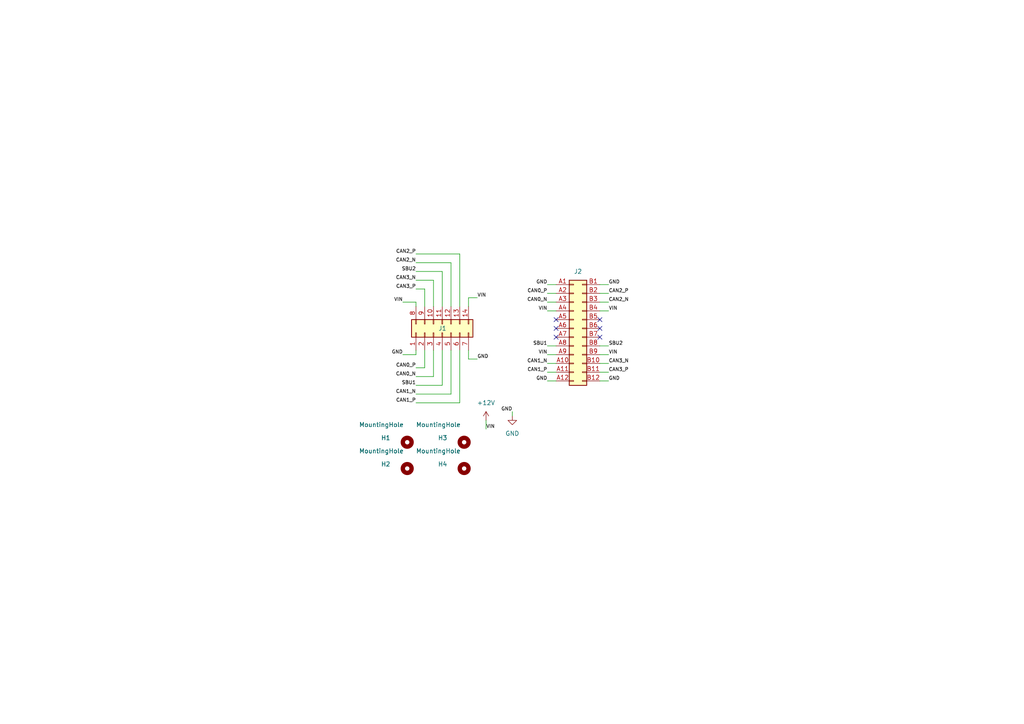
<source format=kicad_sch>
(kicad_sch (version 20231120) (generator "eeschema") (generator_version "8.0")
  (paper "A4")
  (lib_symbols
    (symbol "Connector_Generic:Conn_02x07_Row_Letter_Last" (pin_names (offset 1.016) hide)
      (property "Reference" "J1" (at 1.27 10.16 90))
      (symbol "Conn_02x07_Row_Letter_Last_1_1"
        (rectangle (start -1.27 -7.493) (end 0 -7.747) (stroke (width 0.1524)))
        (rectangle (start -1.27 -4.953) (end 0 -5.207) (stroke (width 0.1524)))
        (rectangle (start -1.27 -2.413) (end 0 -2.667) (stroke (width 0.1524)))
        (rectangle (start -1.27 0.127) (end 0 -0.127) (stroke (width 0.1524)))
        (rectangle (start -1.27 2.667) (end 0 2.413) (stroke (width 0.1524)))
        (rectangle (start -1.27 5.207) (end 0 4.953) (stroke (width 0.1524)))
        (rectangle (start -1.27 7.747) (end 0 7.493) (stroke (width 0.1524)))
        (rectangle (start -1.27 8.89) (end 3.81 -8.89) (stroke (width 0.254)) (fill (type background)))
        (rectangle (start 3.81 -7.493) (end 2.54 -7.747) (stroke (width 0.1524)))
        (rectangle (start 3.81 -4.953) (end 2.54 -5.207) (stroke (width 0.1524)))
        (rectangle (start 3.81 -2.413) (end 2.54 -2.667) (stroke (width 0.1524)))
        (rectangle (start 3.81 0.127) (end 2.54 -0.127) (stroke (width 0.1524)))
        (rectangle (start 3.81 2.667) (end 2.54 2.413) (stroke (width 0.1524)))
        (rectangle (start 3.81 5.207) (end 2.54 4.953) (stroke (width 0.1524)))
        (rectangle (start 3.81 7.747) (end 2.54 7.493) (stroke (width 0.1524)))
        (pin passive line (at -5.08 7.62 0) (length 3.81) (name "Pin_1a") (number "1"))
        (pin passive line (at 7.62 2.54 180) (length 3.81) (name "Pin_3b") (number "10"))
        (pin passive line (at 7.62 0 180) (length 3.81) (name "Pin_4b") (number "11"))
        (pin passive line (at 7.62 -2.54 180) (length 3.81) (name "Pin_5b") (number "12"))
        (pin passive line (at 7.62 -5.08 180) (length 3.81) (name "Pin_6b") (number "13"))
        (pin passive line (at 7.62 -7.62 180) (length 3.81) (name "Pin_7b") (number "14"))
        (pin passive line (at -5.08 5.08 0) (length 3.81) (name "Pin_2a") (number "2"))
        (pin passive line (at -5.08 2.54 0) (length 3.81) (name "Pin_3a") (number "3"))
        (pin passive line (at -5.08 0 0) (length 3.81) (name "Pin_4a") (number "4"))
        (pin passive line (at -5.08 -2.54 0) (length 3.81) (name "Pin_5a") (number "5"))
        (pin passive line (at -5.08 -5.08 0) (length 3.81) (name "Pin_6a") (number "6"))
        (pin passive line (at -5.08 -7.62 0) (length 3.81) (name "Pin_7a") (number "7"))
        (pin passive line (at 7.62 7.62 180) (length 3.81) (name "Pin_1b") (number "8"))
        (pin passive line (at 7.62 5.08 180) (length 3.81) (name "Pin_2b") (number "9"))
      )
    )
    (symbol "Connector_Generic:Conn_02x12_Row_Letter_Last" (pin_names (offset 1.016) hide)
      (property "Reference" "J2" (at 1.27 16.51 0))
      (symbol "Conn_02x12_Row_Letter_Last_1_1"
        (rectangle (start -1.27 -15.113) (end 0 -15.367) (stroke (width 0.1524)))
        (rectangle (start -1.27 -12.573) (end 0 -12.827) (stroke (width 0.1524)))
        (rectangle (start -1.27 -10.033) (end 0 -10.287) (stroke (width 0.1524)))
        (rectangle (start -1.27 -7.493) (end 0 -7.747) (stroke (width 0.1524)))
        (rectangle (start -1.27 -4.953) (end 0 -5.207) (stroke (width 0.1524)))
        (rectangle (start -1.27 -2.413) (end 0 -2.667) (stroke (width 0.1524)))
        (rectangle (start -1.27 0.127) (end 0 -0.127) (stroke (width 0.1524)))
        (rectangle (start -1.27 2.667) (end 0 2.413) (stroke (width 0.1524)))
        (rectangle (start -1.27 5.207) (end 0 4.953) (stroke (width 0.1524)))
        (rectangle (start -1.27 7.747) (end 0 7.493) (stroke (width 0.1524)))
        (rectangle (start -1.27 10.287) (end 0 10.033) (stroke (width 0.1524)))
        (rectangle (start -1.27 12.827) (end 0 12.573) (stroke (width 0.1524)))
        (rectangle (start -1.27 13.97) (end 3.81 -16.51) (stroke (width 0.254)) (fill (type background)))
        (rectangle (start 3.81 -15.113) (end 2.54 -15.367) (stroke (width 0.1524)))
        (rectangle (start 3.81 -12.573) (end 2.54 -12.827) (stroke (width 0.1524)))
        (rectangle (start 3.81 -10.033) (end 2.54 -10.287) (stroke (width 0.1524)))
        (rectangle (start 3.81 -7.493) (end 2.54 -7.747) (stroke (width 0.1524)))
        (rectangle (start 3.81 -4.953) (end 2.54 -5.207) (stroke (width 0.1524)))
        (rectangle (start 3.81 -2.413) (end 2.54 -2.667) (stroke (width 0.1524)))
        (rectangle (start 3.81 0.127) (end 2.54 -0.127) (stroke (width 0.1524)))
        (rectangle (start 3.81 2.667) (end 2.54 2.413) (stroke (width 0.1524)))
        (rectangle (start 3.81 5.207) (end 2.54 4.953) (stroke (width 0.1524)))
        (rectangle (start 3.81 7.747) (end 2.54 7.493) (stroke (width 0.1524)))
        (rectangle (start 3.81 10.287) (end 2.54 10.033) (stroke (width 0.1524)))
        (rectangle (start 3.81 12.827) (end 2.54 12.573) (stroke (width 0.1524)))
        (pin passive line (at -5.08 12.7 0) (length 3.81) (name "Pin_1a") (number "A1"))
        (pin passive line (at -5.08 -10.16 0) (length 3.81) (name "Pin_10a") (number "A10"))
        (pin passive line (at -5.08 -12.7 0) (length 3.81) (name "Pin_11a") (number "A11"))
        (pin passive line (at -5.08 -15.24 0) (length 3.81) (name "Pin_12a") (number "A12"))
        (pin passive line (at -5.08 10.16 0) (length 3.81) (name "Pin_2a") (number "A2"))
        (pin passive line (at -5.08 7.62 0) (length 3.81) (name "Pin_3a") (number "A3"))
        (pin passive line (at -5.08 5.08 0) (length 3.81) (name "Pin_4a") (number "A4"))
        (pin passive line (at -5.08 2.54 0) (length 3.81) (name "Pin_5a") (number "A5"))
        (pin passive line (at -5.08 0 0) (length 3.81) (name "Pin_6a") (number "A6"))
        (pin passive line (at -5.08 -2.54 0) (length 3.81) (name "Pin_7a") (number "A7"))
        (pin passive line (at -5.08 -5.08 0) (length 3.81) (name "Pin_8a") (number "A8"))
        (pin passive line (at -5.08 -7.62 0) (length 3.81) (name "A9") (number "A9"))
        (pin passive line (at 7.62 12.7 180) (length 3.81) (name "B1") (number "B1"))
        (pin passive line (at 7.62 -10.16 180) (length 3.81) (name "Pin_10b") (number "B10"))
        (pin passive line (at 7.62 -12.7 180) (length 3.81) (name "Pin_11b") (number "B11"))
        (pin passive line (at 7.62 -15.24 180) (length 3.81) (name "Pin_12b") (number "B12"))
        (pin passive line (at 7.62 10.16 180) (length 3.81) (name "Pin_2b") (number "B2"))
        (pin passive line (at 7.62 7.62 180) (length 3.81) (name "Pin_3b") (number "B3"))
        (pin passive line (at 7.62 5.08 180) (length 3.81) (name "Pin_4b") (number "B4"))
        (pin passive line (at 7.62 2.54 180) (length 3.81) (name "Pin_5b") (number "B5"))
        (pin passive line (at 7.62 0 180) (length 3.81) (name "Pin_6b") (number "B6"))
        (pin passive line (at 7.62 -2.54 180) (length 3.81) (name "Pin_7b") (number "B7"))
        (pin passive line (at 7.62 -5.08 180) (length 3.81) (name "Pin_8b") (number "B8"))
        (pin passive line (at 7.62 -7.62 180) (length 3.81) (name "Pin_9b") (number "B9"))
      )
    )
    (symbol "Mechanical:MountingHole" (pin_names (offset 1.016))
      (property "Reference" "H" (at 0 5.08 0))
      (property "Value" "MountingHole" (at 0 3.175 0))
      (symbol "MountingHole_0_1"
        (circle (center 0 0) (radius 1.27) (stroke (width 1.27)))
      )
    )
    (symbol "power:+12V" (power) (pin_names (offset 0))
      (property "Value" "+12V" (at 0 3.556 0))
      (symbol "+12V_0_1"
        (polyline (pts (xy -0.762 1.27) (xy 0 2.54)))
        (polyline (pts (xy 0 0) (xy 0 2.54)))
        (polyline (pts (xy 0 2.54) (xy 0.762 1.27)))
      )
      (symbol "+12V_1_1"
        (pin power_in line (at 0 0 90) (length 0) hide (name "+12V") (number "1"))
      )
    )
    (symbol "power:GND" (power) (pin_names (offset 0))
      (property "Value" "GND" (at 0 -3.81 0))
      (symbol "GND_0_1"
        (polyline (pts (xy 0 0) (xy 0 -1.27) (xy 1.27 -1.27) (xy 0 -2.54) (xy -1.27 -1.27) (xy 0 -1.27)))
      )
      (symbol "GND_1_1"
        (pin power_in line (at 0 0 270) (length 0) hide (name "GND") (number "1"))
      )
    )
  )
  (no_connect (at 173.99 92.71))
  (no_connect (at 173.99 97.79))
  (no_connect (at 161.29 97.79))
  (no_connect (at 173.99 95.25))
  (no_connect (at 161.29 92.71))
  (no_connect (at 161.29 95.25))
  (wire (pts (xy 158.75 87.63) (xy 161.29 87.63)))
  (wire (pts (xy 173.99 110.49) (xy 176.53 110.49)))
  (wire (pts (xy 135.89 101.6) (xy 135.89 104.14)))
  (wire (pts (xy 123.19 106.68) (xy 120.65 106.68)))
  (wire (pts (xy 158.75 102.87) (xy 161.29 102.87)))
  (wire (pts (xy 173.99 85.09) (xy 176.53 85.09)))
  (wire (pts (xy 120.65 102.87) (xy 120.65 101.6)))
  (wire (pts (xy 158.75 85.09) (xy 161.29 85.09)))
  (wire (pts (xy 130.81 76.2) (xy 120.65 76.2)))
  (wire (pts (xy 120.65 87.63) (xy 120.65 88.9)))
  (wire (pts (xy 158.75 82.55) (xy 161.29 82.55)))
  (wire (pts (xy 173.99 90.17) (xy 176.53 90.17)))
  (wire (pts (xy 125.73 109.22) (xy 120.65 109.22)))
  (wire (pts (xy 128.27 78.74) (xy 120.65 78.74)))
  (wire (pts (xy 135.89 88.9) (xy 135.89 86.36)))
  (wire (pts (xy 120.65 81.28) (xy 125.73 81.28)))
  (wire (pts (xy 123.19 88.9) (xy 123.19 83.82)))
  (wire (pts (xy 123.19 101.6) (xy 123.19 106.68)))
  (wire (pts (xy 128.27 88.9) (xy 128.27 78.74)))
  (wire (pts (xy 133.35 101.6) (xy 133.35 116.84)))
  (wire (pts (xy 158.75 105.41) (xy 161.29 105.41)))
  (wire (pts (xy 158.75 107.95) (xy 161.29 107.95)))
  (wire (pts (xy 135.89 86.36) (xy 138.43 86.36)))
  (wire (pts (xy 158.75 110.49) (xy 161.29 110.49)))
  (wire (pts (xy 120.65 83.82) (xy 123.19 83.82)))
  (wire (pts (xy 135.89 104.14) (xy 138.43 104.14)))
  (wire (pts (xy 130.81 101.6) (xy 130.81 114.3)))
  (wire (pts (xy 116.84 102.87) (xy 120.65 102.87)))
  (wire (pts (xy 140.97 124.46) (xy 140.97 121.92)))
  (wire (pts (xy 125.73 88.9) (xy 125.73 81.28)))
  (wire (pts (xy 133.35 73.66) (xy 120.65 73.66)))
  (wire (pts (xy 158.75 90.17) (xy 161.29 90.17)))
  (wire (pts (xy 133.35 88.9) (xy 133.35 73.66)))
  (wire (pts (xy 173.99 107.95) (xy 176.53 107.95)))
  (wire (pts (xy 125.73 101.6) (xy 125.73 109.22)))
  (wire (pts (xy 130.81 88.9) (xy 130.81 76.2)))
  (wire (pts (xy 133.35 116.84) (xy 120.65 116.84)))
  (wire (pts (xy 173.99 82.55) (xy 176.53 82.55)))
  (wire (pts (xy 158.75 100.33) (xy 161.29 100.33)))
  (wire (pts (xy 173.99 87.63) (xy 176.53 87.63)))
  (wire (pts (xy 128.27 101.6) (xy 128.27 111.76)))
  (wire (pts (xy 173.99 105.41) (xy 176.53 105.41)))
  (wire (pts (xy 116.84 87.63) (xy 120.65 87.63)))
  (wire (pts (xy 148.59 119.38) (xy 148.59 120.65)))
  (wire (pts (xy 173.99 102.87) (xy 176.53 102.87)))
  (wire (pts (xy 173.99 100.33) (xy 176.53 100.33)))
  (wire (pts (xy 130.81 114.3) (xy 120.65 114.3)))
  (wire (pts (xy 120.65 111.76) (xy 128.27 111.76)))
  (label "CAN0_N" (at 120.65 109.22 180) (effects (font (size 1 1))))
  (label "CAN2_P" (at 120.65 73.66 180) (effects (font (size 1 1))))
  (label "GND" (at 158.75 110.49 180) (effects (font (size 1 1))))
  (label "CAN1_P" (at 120.65 116.84 180) (effects (font (size 1 1))))
  (label "CAN0_P" (at 158.75 85.09 180) (effects (font (size 1 1))))
  (label "SBU2" (at 120.65 78.74 180) (effects (font (size 1 1))))
  (label "GND" (at 116.84 102.87 180) (effects (font (size 1 1))))
  (label "VIN" (at 176.53 102.87 0) (effects (font (size 1 1))))
  (label "GND" (at 158.75 82.55 180) (effects (font (size 1 1))))
  (label "CAN3_P" (at 120.65 83.82 180) (effects (font (size 1 1))))
  (label "CAN0_N" (at 158.75 87.63 180) (effects (font (size 1 1))))
  (label "GND" (at 176.53 110.49 0) (effects (font (size 1 1))))
  (label "GND" (at 148.59 119.38 180) (effects (font (size 1 1))))
  (label "SBU2" (at 176.53 100.33 0) (effects (font (size 1 1))))
  (label "CAN0_P" (at 120.65 106.68 180) (effects (font (size 1 1))))
  (label "CAN3_P" (at 176.53 107.95 0) (effects (font (size 1 1))))
  (label "CAN2_N" (at 176.53 87.63 0) (effects (font (size 1 1))))
  (label "CAN1_N" (at 158.75 105.41 180) (effects (font (size 1 1))))
  (label "VIN" (at 158.75 90.17 180) (effects (font (size 1 1))))
  (label "GND" (at 176.53 82.55 0) (effects (font (size 1 1))))
  (label "SBU1" (at 120.65 111.76 180) (effects (font (size 1 1))))
  (label "VIN" (at 158.75 102.87 180) (effects (font (size 1 1))))
  (label "VIN" (at 116.84 87.63 180) (effects (font (size 1 1))))
  (label "CAN1_P" (at 158.75 107.95 180) (effects (font (size 1 1))))
  (label "GND" (at 138.43 104.14 0) (effects (font (size 1 1))))
  (label "CAN3_N" (at 120.65 81.28 180) (effects (font (size 1 1))))
  (label "CAN1_N" (at 120.65 114.3 180) (effects (font (size 1 1))))
  (label "SBU1" (at 158.75 100.33 180) (effects (font (size 1 1))))
  (label "CAN2_N" (at 120.65 76.2 180) (effects (font (size 1 1))))
  (label "CAN3_N" (at 176.53 105.41 0) (effects (font (size 1 1))))
  (label "CAN2_P" (at 176.53 85.09 0) (effects (font (size 1 1))))
  (label "VIN" (at 138.43 86.36 0) (effects (font (size 1 1))))
  (label "VIN" (at 176.53 90.17 0) (effects (font (size 1 1))))
  (label "VIN" (at 140.97 124.46 0) (effects (font (size 1 1))))
  (symbol (lib_id "Connector_Generic:Conn_02x07_Row_Letter_Last") (at 128.27 96.52 90) (unit 1)
    (property "Reference" "J1" (at 129.54 95.25 90) (effects (justify left)))
    (property "Value" "Conn_02x07_Row_Letter_Last" (effects (hide yes)))
    (property "Footprint" "CommaPogo_Library:2x7_Pogo_Male" (effects (hide yes)))
  )
  (symbol (lib_id "Mechanical:MountingHole") (at 134.62 135.89 0) (unit 1)
    (property "Reference" "H4" (at 127 134.62 0) (effects (justify left)))
    (property "Value" "MountingHole" (at 120.65 130.81 0) (effects (justify left)))
    (property "Footprint" "MountingHole:MountingHole_2.2mm_M2" (effects (hide yes)))
  )
  (symbol (lib_id "power:+12V") (at 140.97 121.92 0) (unit 1)
    (property "Reference" "#PWR01" (effects (hide yes)))
    (property "Value" "+12V" (at 140.97 116.84 0))
  )
  (symbol (lib_id "power:GND") (at 148.59 120.65 0) (unit 1)
    (property "Reference" "#PWR02" (effects (hide yes)))
    (property "Value" "GND" (at 148.59 125.73 0))
  )
  (symbol (lib_id "Mechanical:MountingHole") (at 118.11 135.89 0) (unit 1)
    (property "Reference" "H2" (at 110.49 134.62 0) (effects (justify left)))
    (property "Value" "MountingHole" (at 104.14 130.81 0) (effects (justify left)))
    (property "Footprint" "MountingHole:MountingHole_2.2mm_M2" (effects (hide yes)))
  )
  (symbol (lib_id "Mechanical:MountingHole") (at 134.62 128.27 0) (unit 1)
    (property "Reference" "H3" (at 127 127 0) (effects (justify left)))
    (property "Value" "MountingHole" (at 120.65 123.19 0) (effects (justify left)))
    (property "Footprint" "MountingHole:MountingHole_2.2mm_M2" (effects (hide yes)))
  )
  (symbol (lib_id "Mechanical:MountingHole") (at 118.11 128.27 0) (unit 1)
    (property "Reference" "H1" (at 110.49 127 0) (effects (justify left)))
    (property "Value" "MountingHole" (at 104.14 123.19 0) (effects (justify left)))
    (property "Footprint" "MountingHole:MountingHole_2.2mm_M2" (effects (hide yes)))
  )
  (symbol (lib_id "Connector_Generic:Conn_02x12_Row_Letter_Last") (at 166.37 95.25 0) (unit 1)
    (property "Reference" "J2" (at 167.64 78.74 0))
    (property "Value" "Conn_02x12_Row_Letter_Last" (effects (hide yes)))
    (property "Footprint" "CommaPogo_Library:GT-USB-7001C" (effects (hide yes)))
    (property "LCSC" "C2894904" (effects (hide yes)))
  )
)
</source>
